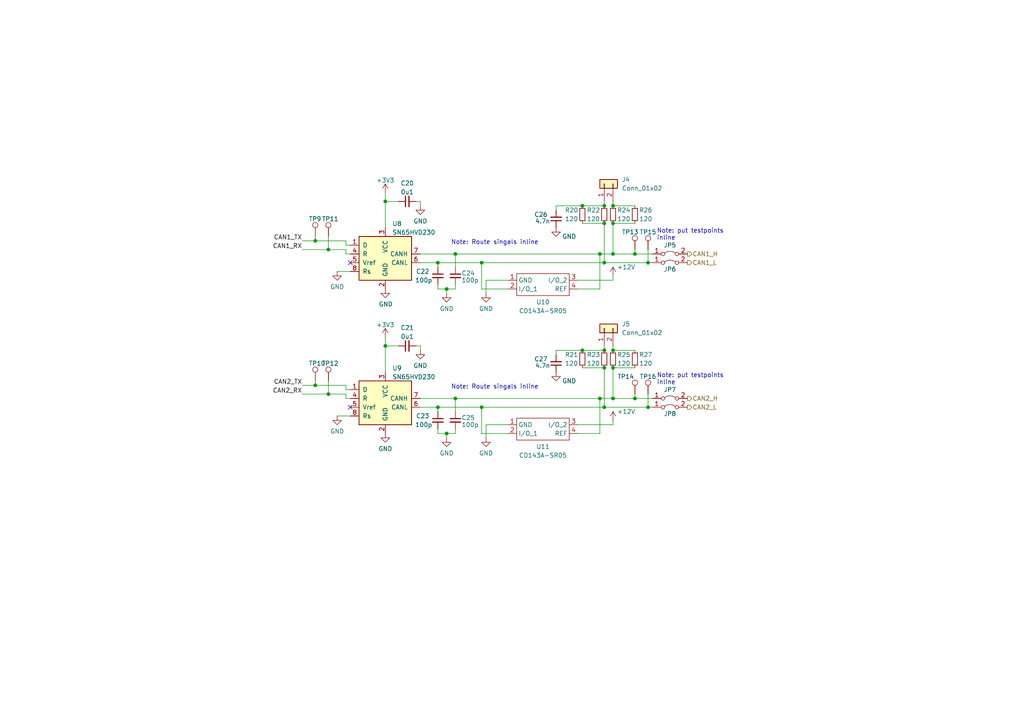
<source format=kicad_sch>
(kicad_sch (version 20211123) (generator eeschema)
  (paper "A4")
  (lib_symbols
    (symbol "Connector:TestPoint" (pin_numbers hide) (pin_names (offset 0.762) hide)
      (property "Reference" "TP" (at 0 6.858 0))
      (property "Value" "TestPoint" (at 0 5.08 0))
      (symbol "TestPoint_0_1"
        (circle (center 0 3.302) (radius 0.762))
      )
      (symbol "TestPoint_1_1"
        (pin passive line (at 0 0 90) (length 2.54) (name "1") (number "1"))
      )
    )
    (symbol "Connector_Generic:Conn_01x02" (pin_names (offset 1.016) hide)
      (property "Reference" "J" (at 0 2.54 0))
      (property "Value" "Conn_01x02" (at 0 -5.08 0))
      (symbol "Conn_01x02_1_1"
        (rectangle (start -1.27 -2.413) (end 0 -2.667) (stroke (width 0.1524)))
        (rectangle (start -1.27 0.127) (end 0 -0.127) (stroke (width 0.1524)))
        (rectangle (start -1.27 1.27) (end 1.27 -3.81) (stroke (width 0.254)) (fill (type background)))
        (pin passive line (at -5.08 0 0) (length 3.81) (name "Pin_1") (number "1"))
        (pin passive line (at -5.08 -2.54 0) (length 3.81) (name "Pin_2") (number "2"))
      )
    )
    (symbol "Device:C_Small" (pin_numbers hide) (pin_names (offset 0.254) hide)
      (property "Reference" "C" (at 0.254 1.778 0))
      (property "Value" "C_Small" (at 0.254 -2.032 0))
      (symbol "C_Small_0_1"
        (polyline (pts (xy -1.524 -0.508) (xy 1.524 -0.508)) (stroke (width 0.3302)))
        (polyline (pts (xy -1.524 0.508) (xy 1.524 0.508)) (stroke (width 0.3048)))
      )
      (symbol "C_Small_1_1"
        (pin passive line (at 0 2.54 270) (length 2.032) (name "~") (number "1"))
        (pin passive line (at 0 -2.54 90) (length 2.032) (name "~") (number "2"))
      )
    )
    (symbol "Device:R_Small" (pin_numbers hide) (pin_names (offset 0.254) hide)
      (property "Reference" "R" (at 0.762 0.508 0))
      (property "Value" "R_Small" (at 0.762 -1.016 0))
      (symbol "R_Small_0_1"
        (rectangle (start -0.762 1.778) (end 0.762 -1.778) (stroke (width 0.2032)))
      )
      (symbol "R_Small_1_1"
        (pin passive line (at 0 2.54 270) (length 0.762) (name "~") (number "1"))
        (pin passive line (at 0 -2.54 90) (length 0.762) (name "~") (number "2"))
      )
    )
    (symbol "Global_Library:CD143A-SR05"
      (property "Reference" "U" (at 0 -5.715 0))
      (property "Value" "CD143A-SR05" (at 0 3.81 0))
      (symbol "CD143A-SR05_0_0"
        (pin output line (at -10.16 0.635 0) (length 2.54) (name "GND") (number "1"))
        (pin input line (at -10.16 -1.905 0) (length 2.54) (name "I/O_1") (number "2"))
        (pin input line (at 10.16 0.635 180) (length 2.54) (name "I/O_2") (number "3"))
        (pin input line (at 10.16 -1.905 180) (length 2.54) (name "REF") (number "4"))
      )
      (symbol "CD143A-SR05_0_1"
        (rectangle (start -7.62 2.54) (end 7.62 -3.81))
      )
    )
    (symbol "Interface_CAN_LIN:SN65HVD230" (pin_names (offset 1.016))
      (property "Reference" "U" (at -2.54 10.16 0))
      (property "Value" "SN65HVD230" (at -2.54 7.62 0))
      (symbol "SN65HVD230_0_1"
        (rectangle (start -7.62 5.08) (end 7.62 -7.62) (stroke (width 0.254)) (fill (type background)))
      )
      (symbol "SN65HVD230_1_1"
        (pin input line (at -10.16 2.54 0) (length 2.54) (name "D") (number "1"))
        (pin power_in line (at 0 -10.16 90) (length 2.54) (name "GND") (number "2"))
        (pin power_in line (at 0 7.62 270) (length 2.54) (name "VCC") (number "3"))
        (pin output line (at -10.16 0 0) (length 2.54) (name "R") (number "4"))
        (pin output line (at -10.16 -2.54 0) (length 2.54) (name "Vref") (number "5"))
        (pin bidirectional line (at 10.16 -2.54 180) (length 2.54) (name "CANL") (number "6"))
        (pin bidirectional line (at 10.16 0 180) (length 2.54) (name "CANH") (number "7"))
        (pin input line (at -10.16 -5.08 0) (length 2.54) (name "Rs") (number "8"))
      )
    )
    (symbol "Jumper:Jumper_2_Bridged" (pin_names (offset 0) hide)
      (property "Reference" "JP" (at 0 1.905 0))
      (property "Value" "Jumper_2_Bridged" (at 0 -2.54 0))
      (symbol "Jumper_2_Bridged_0_0"
        (circle (center -2.032 0) (radius 0.508))
        (circle (center 2.032 0) (radius 0.508))
      )
      (symbol "Jumper_2_Bridged_0_1"
        (arc (start 1.524 0.254) (mid 0 0.762) (end -1.524 0.254))
      )
      (symbol "Jumper_2_Bridged_1_1"
        (pin passive line (at -5.08 0 0) (length 2.54) (name "A") (number "1"))
        (pin passive line (at 5.08 0 180) (length 2.54) (name "B") (number "2"))
      )
    )
    (symbol "power:+12V" (power) (pin_names (offset 0))
      (property "Value" "+12V" (at 0 3.556 0))
      (symbol "+12V_0_1"
        (polyline (pts (xy -0.762 1.27) (xy 0 2.54)))
        (polyline (pts (xy 0 0) (xy 0 2.54)))
        (polyline (pts (xy 0 2.54) (xy 0.762 1.27)))
      )
      (symbol "+12V_1_1"
        (pin power_in line (at 0 0 90) (length 0) hide (name "+12V") (number "1"))
      )
    )
    (symbol "power:+3V3" (power) (pin_names (offset 0))
      (property "Value" "+3V3" (at 0 3.556 0))
      (symbol "+3V3_0_1"
        (polyline (pts (xy -0.762 1.27) (xy 0 2.54)))
        (polyline (pts (xy 0 0) (xy 0 2.54)))
        (polyline (pts (xy 0 2.54) (xy 0.762 1.27)))
      )
      (symbol "+3V3_1_1"
        (pin power_in line (at 0 0 90) (length 0) hide (name "+3V3") (number "1"))
      )
    )
    (symbol "power:GND" (power) (pin_names (offset 0))
      (property "Value" "GND" (at 0 -3.81 0))
      (symbol "GND_0_1"
        (polyline (pts (xy 0 0) (xy 0 -1.27) (xy 1.27 -1.27) (xy 0 -2.54) (xy -1.27 -1.27) (xy 0 -1.27)))
      )
      (symbol "GND_1_1"
        (pin power_in line (at 0 0 270) (length 0) hide (name "GND") (number "1"))
      )
    )
  )
  (junction (at 129.54 125.73))
  (junction (at 177.8 59.69))
  (junction (at 184.15 73.66))
  (junction (at 175.26 118.11))
  (junction (at 95.25 114.3))
  (junction (at 173.99 73.66))
  (junction (at 127 76.2))
  (junction (at 177.8 106.68))
  (junction (at 175.26 106.68))
  (junction (at 95.25 72.39))
  (junction (at 173.99 115.57))
  (junction (at 111.76 100.33))
  (junction (at 177.8 64.77))
  (junction (at 129.54 83.82))
  (junction (at 139.7 76.2))
  (junction (at 187.96 118.11))
  (junction (at 184.15 115.57))
  (junction (at 127 118.11))
  (junction (at 177.8 115.57))
  (junction (at 132.08 73.66))
  (junction (at 175.26 101.6))
  (junction (at 168.91 59.69))
  (junction (at 139.7 118.11))
  (junction (at 91.44 111.76))
  (junction (at 187.96 76.2))
  (junction (at 111.76 58.42))
  (junction (at 177.8 73.66))
  (junction (at 132.08 115.57))
  (junction (at 175.26 59.69))
  (junction (at 177.8 101.6))
  (junction (at 168.91 101.6))
  (junction (at 175.26 76.2))
  (junction (at 91.44 69.85))
  (junction (at 175.26 64.77))
  (no_connect (at 101.6 118.11))
  (no_connect (at 101.6 76.2))
  (wire (pts (xy 121.92 73.66) (xy 132.08 73.66)))
  (wire (pts (xy 184.15 72.39) (xy 184.15 73.66)))
  (wire (pts (xy 127 125.73) (xy 129.54 125.73)))
  (wire (pts (xy 184.15 73.66) (xy 189.23 73.66)))
  (wire (pts (xy 95.25 68.58) (xy 95.25 72.39)))
  (wire (pts (xy 177.8 80.01) (xy 177.8 81.28)))
  (wire (pts (xy 177.8 106.68) (xy 184.15 106.68)))
  (wire (pts (xy 132.08 73.66) (xy 173.99 73.66)))
  (wire (pts (xy 127 82.55) (xy 127 83.82)))
  (wire (pts (xy 173.99 115.57) (xy 177.8 115.57)))
  (wire (pts (xy 167.64 81.28) (xy 177.8 81.28)))
  (wire (pts (xy 97.79 120.65) (xy 101.6 120.65)))
  (wire (pts (xy 129.54 83.82) (xy 132.08 83.82)))
  (wire (pts (xy 139.7 125.73) (xy 147.32 125.73)))
  (wire (pts (xy 175.26 64.77) (xy 175.26 76.2)))
  (wire (pts (xy 100.33 73.66) (xy 101.6 73.66)))
  (wire (pts (xy 140.97 81.28) (xy 140.97 85.09)))
  (wire (pts (xy 121.92 58.42) (xy 121.92 59.69)))
  (wire (pts (xy 95.25 114.3) (xy 100.33 114.3)))
  (wire (pts (xy 139.7 118.11) (xy 175.26 118.11)))
  (wire (pts (xy 111.76 55.88) (xy 111.76 58.42)))
  (wire (pts (xy 100.33 69.85) (xy 100.33 71.12)))
  (wire (pts (xy 139.7 76.2) (xy 175.26 76.2)))
  (wire (pts (xy 139.7 118.11) (xy 139.7 125.73)))
  (wire (pts (xy 175.26 76.2) (xy 187.96 76.2)))
  (wire (pts (xy 140.97 123.19) (xy 147.32 123.19)))
  (wire (pts (xy 177.8 115.57) (xy 184.15 115.57)))
  (wire (pts (xy 121.92 115.57) (xy 132.08 115.57)))
  (wire (pts (xy 184.15 101.6) (xy 177.8 101.6)))
  (wire (pts (xy 129.54 83.82) (xy 129.54 85.09)))
  (wire (pts (xy 127 76.2) (xy 139.7 76.2)))
  (wire (pts (xy 87.63 69.85) (xy 91.44 69.85)))
  (wire (pts (xy 175.26 106.68) (xy 175.26 118.11)))
  (wire (pts (xy 132.08 124.46) (xy 132.08 125.73)))
  (wire (pts (xy 177.8 106.68) (xy 177.8 115.57)))
  (wire (pts (xy 177.8 101.6) (xy 177.8 100.33)))
  (wire (pts (xy 91.44 69.85) (xy 100.33 69.85)))
  (wire (pts (xy 111.76 97.79) (xy 111.76 100.33)))
  (wire (pts (xy 115.57 58.42) (xy 111.76 58.42)))
  (wire (pts (xy 95.25 72.39) (xy 100.33 72.39)))
  (wire (pts (xy 140.97 81.28) (xy 147.32 81.28)))
  (wire (pts (xy 139.7 83.82) (xy 147.32 83.82)))
  (wire (pts (xy 177.8 73.66) (xy 184.15 73.66)))
  (wire (pts (xy 168.91 64.77) (xy 175.26 64.77)))
  (wire (pts (xy 100.33 115.57) (xy 101.6 115.57)))
  (wire (pts (xy 168.91 59.69) (xy 175.26 59.69)))
  (wire (pts (xy 161.29 101.6) (xy 161.29 102.87)))
  (wire (pts (xy 87.63 111.76) (xy 91.44 111.76)))
  (wire (pts (xy 167.64 125.73) (xy 173.99 125.73)))
  (wire (pts (xy 120.65 100.33) (xy 121.92 100.33)))
  (wire (pts (xy 175.26 58.42) (xy 175.26 59.69)))
  (wire (pts (xy 87.63 114.3) (xy 95.25 114.3)))
  (wire (pts (xy 97.79 78.74) (xy 101.6 78.74)))
  (wire (pts (xy 115.57 100.33) (xy 111.76 100.33)))
  (wire (pts (xy 175.26 118.11) (xy 187.96 118.11)))
  (wire (pts (xy 91.44 111.76) (xy 100.33 111.76)))
  (wire (pts (xy 161.29 59.69) (xy 161.29 60.96)))
  (wire (pts (xy 121.92 100.33) (xy 121.92 101.6)))
  (wire (pts (xy 173.99 73.66) (xy 173.99 83.82)))
  (wire (pts (xy 184.15 115.57) (xy 189.23 115.57)))
  (wire (pts (xy 177.8 64.77) (xy 177.8 73.66)))
  (wire (pts (xy 91.44 68.58) (xy 91.44 69.85)))
  (wire (pts (xy 100.33 113.03) (xy 101.6 113.03)))
  (wire (pts (xy 173.99 115.57) (xy 173.99 125.73)))
  (wire (pts (xy 184.15 59.69) (xy 177.8 59.69)))
  (wire (pts (xy 132.08 73.66) (xy 132.08 77.47)))
  (wire (pts (xy 121.92 118.11) (xy 127 118.11)))
  (wire (pts (xy 127 118.11) (xy 127 119.38)))
  (wire (pts (xy 132.08 115.57) (xy 132.08 119.38)))
  (wire (pts (xy 87.63 72.39) (xy 95.25 72.39)))
  (wire (pts (xy 167.64 83.82) (xy 173.99 83.82)))
  (wire (pts (xy 168.91 106.68) (xy 175.26 106.68)))
  (wire (pts (xy 129.54 125.73) (xy 132.08 125.73)))
  (wire (pts (xy 127 76.2) (xy 127 77.47)))
  (wire (pts (xy 100.33 111.76) (xy 100.33 113.03)))
  (wire (pts (xy 121.92 76.2) (xy 127 76.2)))
  (wire (pts (xy 120.65 58.42) (xy 121.92 58.42)))
  (wire (pts (xy 111.76 58.42) (xy 111.76 66.04)))
  (wire (pts (xy 100.33 71.12) (xy 101.6 71.12)))
  (wire (pts (xy 184.15 114.3) (xy 184.15 115.57)))
  (wire (pts (xy 168.91 101.6) (xy 175.26 101.6)))
  (wire (pts (xy 132.08 115.57) (xy 173.99 115.57)))
  (wire (pts (xy 129.54 125.73) (xy 129.54 127)))
  (wire (pts (xy 173.99 73.66) (xy 177.8 73.66)))
  (wire (pts (xy 140.97 123.19) (xy 140.97 127)))
  (wire (pts (xy 177.8 64.77) (xy 184.15 64.77)))
  (wire (pts (xy 95.25 110.49) (xy 95.25 114.3)))
  (wire (pts (xy 111.76 100.33) (xy 111.76 107.95)))
  (wire (pts (xy 139.7 76.2) (xy 139.7 83.82)))
  (wire (pts (xy 177.8 59.69) (xy 177.8 58.42)))
  (wire (pts (xy 161.29 101.6) (xy 168.91 101.6)))
  (wire (pts (xy 187.96 118.11) (xy 189.23 118.11)))
  (wire (pts (xy 127 83.82) (xy 129.54 83.82)))
  (wire (pts (xy 175.26 100.33) (xy 175.26 101.6)))
  (wire (pts (xy 127 124.46) (xy 127 125.73)))
  (wire (pts (xy 100.33 114.3) (xy 100.33 115.57)))
  (wire (pts (xy 187.96 114.3) (xy 187.96 118.11)))
  (wire (pts (xy 91.44 110.49) (xy 91.44 111.76)))
  (wire (pts (xy 100.33 72.39) (xy 100.33 73.66)))
  (wire (pts (xy 161.29 59.69) (xy 168.91 59.69)))
  (wire (pts (xy 177.8 121.92) (xy 177.8 123.19)))
  (wire (pts (xy 187.96 72.39) (xy 187.96 76.2)))
  (wire (pts (xy 187.96 76.2) (xy 189.23 76.2)))
  (wire (pts (xy 167.64 123.19) (xy 177.8 123.19)))
  (wire (pts (xy 127 118.11) (xy 139.7 118.11)))
  (wire (pts (xy 132.08 82.55) (xy 132.08 83.82)))
  (text "Note: put testpoints \ninline" (at 190.5 69.85 0) (effects (font (size 1.27 1.27)) (justify left bottom)))
  (text "Note: put testpoints \ninline" (at 190.5 111.76 0) (effects (font (size 1.27 1.27)) (justify left bottom)))
  (text "Note: Route singals inline" (at 130.81 113.03 0) (effects (font (size 1.27 1.27)) (justify left bottom)))
  (text "Note: Route singals inline" (at 130.81 71.12 0) (effects (font (size 1.27 1.27)) (justify left bottom)))
  (label "CAN1_TX" (at 87.63 69.85 180))
  (label "CAN2_RX" (at 87.63 114.3 180))
  (label "CAN1_RX" (at 87.63 72.39 180))
  (label "CAN2_TX" (at 87.63 111.76 180))
  (hierarchical_label "CAN1_H" (shape output) (at 199.39 73.66 0))
  (hierarchical_label "CAN2_L" (shape output) (at 199.39 118.11 0))
  (hierarchical_label "CAN2_H" (shape output) (at 199.39 115.57 0))
  (hierarchical_label "CAN1_L" (shape output) (at 199.39 76.2 0))
  (symbol (lib_id "Device:R_Small") (at 184.15 104.14 180) (unit 1)
    (property "Reference" "R27" (at 189.23 102.87 0) (effects (justify left)))
    (property "Value" "120" (at 189.23 105.41 0) (effects (justify left)))
    (property "Footprint" "Resistor_SMD:R_0603_1608Metric" (effects hide))
  )
  (symbol (lib_id "power:GND") (at 129.54 85.09 0) (unit 1)
    (property "Reference" "#PWR053" (effects hide))
    (property "Value" "GND" (at 129.54 89.5334 0))
  )
  (symbol (lib_id "Device:C_Small") (at 132.08 80.01 0) (unit 1)
    (property "Reference" "C24" (at 133.858 79.248 0) (effects (justify left)))
    (property "Value" "100p" (at 133.858 81.28 0) (effects (justify left)))
    (property "Footprint" "Capacitor_SMD:C_0603_1608Metric" (effects hide))
  )
  (symbol (lib_id "Device:R_Small") (at 177.8 62.23 180) (unit 1)
    (property "Reference" "R24" (at 182.88 60.96 0) (effects (justify left)))
    (property "Value" "120" (at 182.88 63.5 0) (effects (justify left)))
    (property "Footprint" "Resistor_SMD:R_0603_1608Metric" (effects hide))
  )
  (symbol (lib_id "Connector:TestPoint") (at 184.15 114.3 0) (unit 1)
    (property "Reference" "TP14" (at 179.07 109.22 0) (effects (justify left)))
    (property "Value" " " (at 185.547 112.7002 0) (effects (justify left)))
    (property "Footprint" "TestPoint:TestPoint_THTPad_1.0x1.0mm_Drill0.5mm" (effects hide))
  )
  (symbol (lib_id "power:GND") (at 111.76 83.82 0) (unit 1)
    (property "Reference" "#PWR0107" (effects hide))
    (property "Value" "GND" (at 111.887 88.2142 0))
  )
  (symbol (lib_id "Device:R_Small") (at 168.91 62.23 0) (unit 1)
    (property "Reference" "R20" (at 163.83 60.96 0) (effects (justify left)))
    (property "Value" "120" (at 163.83 63.5 0) (effects (justify left)))
    (property "Footprint" "Resistor_SMD:R_0603_1608Metric" (effects hide))
  )
  (symbol (lib_id "Jumper:Jumper_2_Bridged") (at 194.31 118.11 0) (unit 1)
    (property "Reference" "JP8" (at 194.31 120.015 0))
    (property "Value" " " (at 194.31 116.3121 0))
    (property "Footprint" "Jumper:SolderJumper-2_P1.3mm_Bridged2Bar_Pad1.0x1.5mm" (effects hide))
  )
  (symbol (lib_id "Device:R_Small") (at 175.26 62.23 0) (unit 1)
    (property "Reference" "R22" (at 170.18 60.96 0) (effects (justify left)))
    (property "Value" "120" (at 170.18 63.5 0) (effects (justify left)))
    (property "Footprint" "Resistor_SMD:R_0603_1608Metric" (effects hide))
  )
  (symbol (lib_id "power:GND") (at 140.97 127 0) (unit 1)
    (property "Reference" "#PWR056" (effects hide))
    (property "Value" "GND" (at 140.97 131.4434 0))
  )
  (symbol (lib_id "power:GND") (at 111.76 125.73 0) (unit 1)
    (property "Reference" "#PWR0105" (effects hide))
    (property "Value" "GND" (at 111.76 130.1734 0))
  )
  (symbol (lib_id "Device:R_Small") (at 184.15 62.23 180) (unit 1)
    (property "Reference" "R26" (at 189.23 60.96 0) (effects (justify left)))
    (property "Value" "120" (at 189.23 63.5 0) (effects (justify left)))
    (property "Footprint" "Resistor_SMD:R_0603_1608Metric" (effects hide))
  )
  (symbol (lib_id "power:GND") (at 121.92 101.6 0) (unit 1)
    (property "Reference" "#PWR052" (effects hide))
    (property "Value" "GND" (at 121.92 106.0434 0))
  )
  (symbol (lib_id "power:+12V") (at 177.8 80.01 0) (unit 1)
    (property "Reference" "#PWR059" (effects hide))
    (property "Value" "+12V" (at 181.61 77.47 0))
  )
  (symbol (lib_id "power:GND") (at 121.92 59.69 0) (unit 1)
    (property "Reference" "#PWR051" (effects hide))
    (property "Value" "GND" (at 121.92 64.1334 0))
  )
  (symbol (lib_id "Interface_CAN_LIN:SN65HVD230") (at 111.76 73.66 0) (unit 1)
    (property "Reference" "U8" (at 113.7794 64.8802 0) (effects (justify left)))
    (property "Value" "SN65HVD230" (at 113.7794 67.4171 0) (effects (justify left)))
    (property "Footprint" "Package_SO:SOIC-8_3.9x4.9mm_P1.27mm" (effects hide))
    (property "Datasheet" "http://www.ti.com/lit/ds/symlink/sn65hvd230.pdf" (effects hide))
  )
  (symbol (lib_id "power:+12V") (at 177.8 121.92 0) (unit 1)
    (property "Reference" "#PWR060" (effects hide))
    (property "Value" "+12V" (at 181.61 119.38 0))
  )
  (symbol (lib_id "power:GND") (at 97.79 120.65 0) (unit 1)
    (property "Reference" "#PWR0101" (effects hide))
    (property "Value" "GND" (at 97.79 125.0934 0))
  )
  (symbol (lib_id "power:+3V3") (at 111.76 97.79 0) (unit 1)
    (property "Reference" "#PWR0106" (effects hide))
    (property "Value" "+3V3" (at 111.76 94.2142 0))
  )
  (symbol (lib_id "Global_Library:CD143A-SR05") (at 157.48 81.915 0) (unit 1)
    (property "Reference" "U10" (at 157.48 87.6331 0))
    (property "Value" "CD143A-SR05" (at 157.48 90.17 0))
    (property "Footprint" "Global Libraries:CD143ASR05" (effects hide))
  )
  (symbol (lib_id "Interface_CAN_LIN:SN65HVD230") (at 111.76 115.57 0) (unit 1)
    (property "Reference" "U9" (at 113.7794 106.7902 0) (effects (justify left)))
    (property "Value" "SN65HVD230" (at 113.7794 109.3271 0) (effects (justify left)))
    (property "Footprint" "Package_SO:SOIC-8_3.9x4.9mm_P1.27mm" (effects hide))
    (property "Datasheet" "http://www.ti.com/lit/ds/symlink/sn65hvd230.pdf" (effects hide))
  )
  (symbol (lib_id "Connector:TestPoint") (at 95.25 110.49 0) (unit 1)
    (property "Reference" "TP12" (at 93.345 105.41 0) (effects (justify left)))
    (property "Value" " " (at 96.647 108.8902 0) (effects (justify left)))
    (property "Footprint" "TestPoint:TestPoint_THTPad_1.0x1.0mm_Drill0.5mm" (effects hide))
  )
  (symbol (lib_id "Global_Library:CD143A-SR05") (at 157.48 123.825 0) (unit 1)
    (property "Reference" "U11" (at 157.48 129.5431 0))
    (property "Value" "CD143A-SR05" (at 157.48 132.08 0))
    (property "Footprint" "Global Libraries:CD143ASR05" (effects hide))
  )
  (symbol (lib_id "Device:C_Small") (at 161.29 105.41 180) (unit 1)
    (property "Reference" "C27" (at 154.94 104.14 0) (effects (justify right)))
    (property "Value" "4.7n" (at 155.194 106.045 0) (effects (justify right)))
    (property "Footprint" "Capacitor_SMD:C_0603_1608Metric" (effects hide))
  )
  (symbol (lib_id "Connector:TestPoint") (at 184.15 72.39 0) (unit 1)
    (property "Reference" "TP13" (at 180.34 67.31 0) (effects (justify left)))
    (property "Value" " " (at 185.547 70.7902 0) (effects (justify left)))
    (property "Footprint" "TestPoint:TestPoint_THTPad_1.0x1.0mm_Drill0.5mm" (effects hide))
  )
  (symbol (lib_id "Connector:TestPoint") (at 95.25 68.58 0) (unit 1)
    (property "Reference" "TP11" (at 93.345 63.5 0) (effects (justify left)))
    (property "Value" " " (at 96.647 66.9802 0) (effects (justify left)))
    (property "Footprint" "TestPoint:TestPoint_THTPad_1.0x1.0mm_Drill0.5mm" (effects hide))
  )
  (symbol (lib_id "Jumper:Jumper_2_Bridged") (at 194.31 115.57 0) (unit 1)
    (property "Reference" "JP7" (at 194.31 113.03 0))
    (property "Value" " " (at 194.31 113.7721 0))
    (property "Footprint" "Jumper:SolderJumper-2_P1.3mm_Bridged2Bar_Pad1.0x1.5mm" (effects hide))
  )
  (symbol (lib_id "Device:C_Small") (at 127 80.01 0) (unit 1)
    (property "Reference" "C22" (at 120.65 78.74 0) (effects (justify left)))
    (property "Value" "100p" (at 120.396 81.28 0) (effects (justify left)))
    (property "Footprint" "Capacitor_SMD:C_0603_1608Metric" (effects hide))
  )
  (symbol (lib_id "Device:C_Small") (at 118.11 100.33 90) (unit 1)
    (property "Reference" "C21" (at 118.1163 95.0681 90))
    (property "Value" "0u1" (at 118.1163 97.605 90))
    (property "Footprint" "Capacitor_SMD:C_0603_1608Metric" (effects hide))
  )
  (symbol (lib_id "Connector:TestPoint") (at 91.44 110.49 0) (unit 1)
    (property "Reference" "TP10" (at 89.535 105.41 0) (effects (justify left)))
    (property "Value" " " (at 92.837 108.8902 0) (effects (justify left)))
    (property "Footprint" "TestPoint:TestPoint_THTPad_1.0x1.0mm_Drill0.5mm" (effects hide))
  )
  (symbol (lib_id "power:GND") (at 161.29 66.04 0) (unit 1)
    (property "Reference" "#PWR057" (effects hide))
    (property "Value" "GND" (at 165.1 68.58 0))
  )
  (symbol (lib_id "Connector:TestPoint") (at 187.96 72.39 0) (unit 1)
    (property "Reference" "TP15" (at 187.96 67.31 0))
    (property "Value" " " (at 187.96 67.31 0))
    (property "Footprint" "TestPoint:TestPoint_THTPad_1.0x1.0mm_Drill0.5mm" (effects hide))
  )
  (symbol (lib_id "Connector_Generic:Conn_01x02") (at 175.26 95.25 90) (unit 1)
    (property "Reference" "J5" (at 180.34 93.98 90) (effects (justify right)))
    (property "Value" "Conn_01x02" (at 180.34 96.52 90) (effects (justify right)))
    (property "Footprint" "Connector_PinHeader_2.54mm:PinHeader_1x02_P2.54mm_Vertical" (effects hide))
  )
  (symbol (lib_id "power:+3V3") (at 111.76 55.88 0) (unit 1)
    (property "Reference" "#PWR0109" (effects hide))
    (property "Value" "+3V3" (at 111.76 52.3042 0))
  )
  (symbol (lib_id "Device:C_Small") (at 161.29 63.5 180) (unit 1)
    (property "Reference" "C26" (at 154.94 62.23 0) (effects (justify right)))
    (property "Value" "4.7n" (at 155.194 64.135 0) (effects (justify right)))
    (property "Footprint" "Capacitor_SMD:C_0603_1608Metric" (effects hide))
  )
  (symbol (lib_id "Device:R_Small") (at 177.8 104.14 180) (unit 1)
    (property "Reference" "R25" (at 182.88 102.87 0) (effects (justify left)))
    (property "Value" "120" (at 182.88 105.41 0) (effects (justify left)))
    (property "Footprint" "Resistor_SMD:R_0603_1608Metric" (effects hide))
  )
  (symbol (lib_id "Device:R_Small") (at 175.26 104.14 0) (unit 1)
    (property "Reference" "R23" (at 170.18 102.87 0) (effects (justify left)))
    (property "Value" "120" (at 170.18 105.41 0) (effects (justify left)))
    (property "Footprint" "Resistor_SMD:R_0603_1608Metric" (effects hide))
  )
  (symbol (lib_id "Jumper:Jumper_2_Bridged") (at 194.31 76.2 0) (unit 1)
    (property "Reference" "JP6" (at 194.31 78.105 0))
    (property "Value" " " (at 194.31 74.4021 0))
    (property "Footprint" "Jumper:SolderJumper-2_P1.3mm_Bridged2Bar_Pad1.0x1.5mm" (effects hide))
  )
  (symbol (lib_id "Device:C_Small") (at 118.11 58.42 90) (unit 1)
    (property "Reference" "C20" (at 118.1163 53.1581 90))
    (property "Value" "0u1" (at 118.1163 55.695 90))
    (property "Footprint" "Capacitor_SMD:C_0603_1608Metric" (effects hide))
  )
  (symbol (lib_id "Connector_Generic:Conn_01x02") (at 175.26 53.34 90) (unit 1)
    (property "Reference" "J4" (at 180.34 52.07 90) (effects (justify right)))
    (property "Value" "Conn_01x02" (at 180.34 54.61 90) (effects (justify right)))
    (property "Footprint" "Connector_PinHeader_2.54mm:PinHeader_1x02_P2.54mm_Vertical" (effects hide))
  )
  (symbol (lib_id "Device:C_Small") (at 127 121.92 0) (unit 1)
    (property "Reference" "C23" (at 120.65 120.65 0) (effects (justify left)))
    (property "Value" "100p" (at 120.396 123.19 0) (effects (justify left)))
    (property "Footprint" "Capacitor_SMD:C_0603_1608Metric" (effects hide))
  )
  (symbol (lib_id "Device:R_Small") (at 168.91 104.14 0) (unit 1)
    (property "Reference" "R21" (at 163.83 102.87 0) (effects (justify left)))
    (property "Value" "120" (at 163.83 105.41 0) (effects (justify left)))
    (property "Footprint" "Resistor_SMD:R_0603_1608Metric" (effects hide))
  )
  (symbol (lib_id "power:GND") (at 129.54 127 0) (unit 1)
    (property "Reference" "#PWR054" (effects hide))
    (property "Value" "GND" (at 129.54 131.4434 0))
  )
  (symbol (lib_id "power:GND") (at 161.29 107.95 0) (unit 1)
    (property "Reference" "#PWR058" (effects hide))
    (property "Value" "GND" (at 165.1 110.49 0))
  )
  (symbol (lib_id "Jumper:Jumper_2_Bridged") (at 194.31 73.66 0) (unit 1)
    (property "Reference" "JP5" (at 194.31 71.12 0))
    (property "Value" " " (at 194.31 71.8621 0))
    (property "Footprint" "Jumper:SolderJumper-2_P1.3mm_Bridged2Bar_Pad1.0x1.5mm" (effects hide))
  )
  (symbol (lib_id "Connector:TestPoint") (at 91.44 68.58 0) (unit 1)
    (property "Reference" "TP9" (at 89.535 63.5 0) (effects (justify left)))
    (property "Value" " " (at 92.837 66.9802 0) (effects (justify left)))
    (property "Footprint" "TestPoint:TestPoint_THTPad_1.0x1.0mm_Drill0.5mm" (effects hide))
  )
  (symbol (lib_id "Connector:TestPoint") (at 187.96 114.3 0) (unit 1)
    (property "Reference" "TP16" (at 187.96 109.22 0))
    (property "Value" " " (at 187.96 109.22 0))
    (property "Footprint" "TestPoint:TestPoint_THTPad_1.0x1.0mm_Drill0.5mm" (effects hide))
  )
  (symbol (lib_id "Device:C_Small") (at 132.08 121.92 0) (unit 1)
    (property "Reference" "C25" (at 133.858 121.158 0) (effects (justify left)))
    (property "Value" "100p" (at 133.858 123.19 0) (effects (justify left)))
    (property "Footprint" "Capacitor_SMD:C_0603_1608Metric" (effects hide))
  )
  (symbol (lib_id "power:GND") (at 97.79 78.74 0) (unit 1)
    (property "Reference" "#PWR0108" (effects hide))
    (property "Value" "GND" (at 97.79 83.1834 0))
  )
  (symbol (lib_id "power:GND") (at 140.97 85.09 0) (unit 1)
    (property "Reference" "#PWR055" (effects hide))
    (property "Value" "GND" (at 140.97 89.5334 0))
  )
)
</source>
